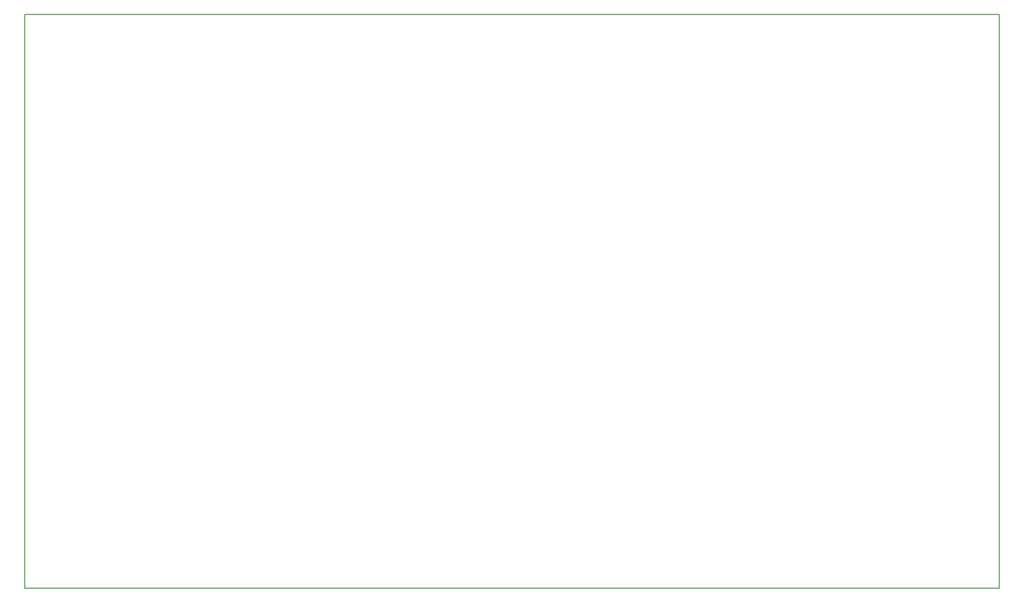
<source format=gbr>
G04 #@! TF.FileFunction,Profile,NP*
%FSLAX46Y46*%
G04 Gerber Fmt 4.6, Leading zero omitted, Abs format (unit mm)*
G04 Created by KiCad (PCBNEW 4.0.7-e2-6376~58~ubuntu16.04.1) date Wed Jul 25 01:15:53 2018*
%MOMM*%
%LPD*%
G01*
G04 APERTURE LIST*
%ADD10C,0.100000*%
%ADD11C,0.150000*%
G04 APERTURE END LIST*
D10*
D11*
X69850000Y-44704000D02*
X71120000Y-44704000D01*
X69850000Y-152654000D02*
X69850000Y-44704000D01*
X71120000Y-44704000D02*
X252984000Y-44704000D01*
X252984000Y-152654000D02*
X69850000Y-152654000D01*
X252984000Y-152654000D02*
X252984000Y-44704000D01*
M02*

</source>
